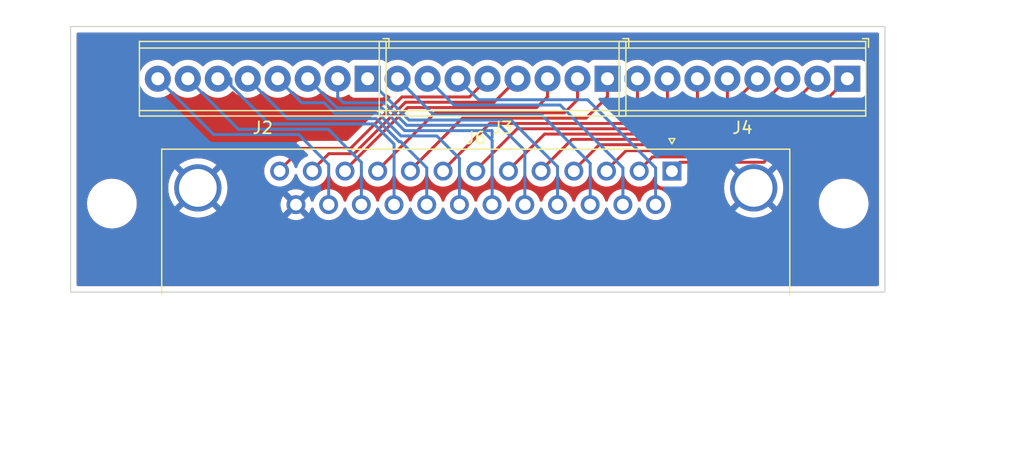
<source format=kicad_pcb>
(kicad_pcb (version 20211014) (generator pcbnew)
  (layers (0 "F.Cu" signal) (31 "B.Cu" signal) (34 "B.Paste" user) (35 "F.Paste" user) (36 "B.SilkS" user "B.Silkscreen") (37 "F.SilkS" user "F.Silkscreen") (38 "B.Mask" user) (39 "F.Mask" user) (44 "Edge.Cuts" user))
  (net 0 "")
  (net 1 "/_1")
  (net 2 "/_2")
  (net 3 "/_3")
  (net 4 "/_4")
  (net 5 "/_5")
  (net 6 "/_6")
  (net 7 "/_7")
  (net 8 "/_8")
  (net 9 "/_9")
  (net 10 "/_10")
  (net 11 "/_11")
  (net 12 "/_12")
  (net 13 "/_13")
  (net 14 "/_14")
  (net 15 "/_15")
  (net 16 "/_16")
  (net 17 "/_17")
  (net 18 "/_18")
  (net 19 "/_19")
  (net 20 "/_20")
  (net 21 "/_21")
  (net 22 "/_22")
  (net 23 "/_23")
  (net 24 "/_24")
  (net 25 "GND")
  (footprint "Connector_Dsub:DSUB-25_Female_Horizontal_P2.77x2.84mm_EdgePinOffset7.70mm_Housed_MountingHolesOffset9.12mm" (layer "F.Cu") (at 131.95 82.25)
    (fp_text reference "J6" (at -16.62 -2.8) (layer "F.SilkS"))
    (fp_text value "DB25_Female_MountingHoles")
    (fp_line (start 0.25 -2.754338) (end 0 -2.321325) (layer "F.SilkS") (width 0.12))
    (fp_line (start -43.23 -1.86) (end 9.99 -1.86) (layer "F.SilkS") (width 0.12))
    (fp_line (start 0 -2.321325) (end -0.25 -2.754338) (layer "F.SilkS") (width 0.12))
    (fp_line (start -43.23 10.48) (end -43.23 -1.86) (layer "F.SilkS") (width 0.12))
    (fp_line (start -0.25 -2.754338) (end 0.25 -2.754338) (layer "F.SilkS") (width 0.12))
    (fp_line (start 9.99 -1.86) (end 9.99 10.48) (layer "F.SilkS") (width 0.12))
    (pad "0" thru_hole circle (at -40.17 1.42) (size 4 4) (drill 3.2) (layers *.Cu *.Mask) (net 25 "GND"))
    (pad "0" thru_hole circle (at 6.93 1.42) (size 4 4) (drill 3.2) (layers *.Cu *.Mask) (net 25 "GND"))
    (pad "1" thru_hole rect (at 0 0) (size 1.6 1.6) (drill 1) (layers *.Cu *.Mask) (net 1 "/_1"))
    (pad "2" thru_hole circle (at -2.77 0) (size 1.6 1.6) (drill 1) (layers *.Cu *.Mask) (net 2 "/_2"))
    (pad "3" thru_hole circle (at -5.54 0) (size 1.6 1.6) (drill 1) (layers *.Cu *.Mask) (net 3 "/_3"))
    (pad "4" thru_hole circle (at -8.31 0) (size 1.6 1.6) (drill 1) (layers *.Cu *.Mask) (net 4 "/_4"))
    (pad "5" thru_hole circle (at -11.08 0) (size 1.6 1.6) (drill 1) (layers *.Cu *.Mask) (net 5 "/_5"))
    (pad "6" thru_hole circle (at -13.85 0) (size 1.6 1.6) (drill 1) (layers *.Cu *.Mask) (net 6 "/_6"))
    (pad "7" thru_hole circle (at -16.62 0) (size 1.6 1.6) (drill 1) (layers *.Cu *.Mask) (net 7 "/_7"))
    (pad "8" thru_hole circle (at -19.39 0) (size 1.6 1.6) (drill 1) (layers *.Cu *.Mask) (net 8 "/_8"))
    (pad "9" thru_hole circle (at -22.16 0) (size 1.6 1.6) (drill 1) (layers *.Cu *.Mask) (net 9 "/_9"))
    (pad "10" thru_hole circle (at -24.93 0) (size 1.6 1.6) (drill 1) (layers *.Cu *.Mask) (net 10 "/_10"))
    (pad "11" thru_hole circle (at -27.7 0) (size 1.6 1.6) (drill 1) (layers *.Cu *.Mask) (net 11 "/_11"))
    (pad "12" thru_hole circle (at -30.47 0) (size 1.6 1.6) (drill 1) (layers *.Cu *.Mask) (net 12 "/_12"))
    (pad "13" thru_hole circle (at -33.24 0) (size 1.6 1.6) (drill 1) (layers *.Cu *.Mask) (net 13 "/_13"))
    (pad "14" thru_hole circle (at -1.385 2.84) (size 1.6 1.6) (drill 1) (layers *.Cu *.Mask) (net 14 "/_14"))
    (pad "15" thru_hole circle (at -4.155 2.84) (size 1.6 1.6) (drill 1) (layers *.Cu *.Mask) (net 15 "/_15"))
    (pad "16" thru_hole circle (at -6.925 2.84) (size 1.6 1.6) (drill 1) (layers *.Cu *.Mask) (net 16 "/_16"))
    (pad "17" thru_hole circle (at -9.695 2.84) (size 1.6 1.6) (drill 1) (layers *.Cu *.Mask) (net 17 "/_17"))
    (pad "18" thru_hole circle (at -12.465 2.84) (size 1.6 1.6) (drill 1) (layers *.Cu *.Mask) (net 18 "/_18"))
    (pad "19" thru_hole circle (at -15.235 2.84) (size 1.6 1.6) (drill 1) (layers *.Cu *.Mask) (net 19 "/_19"))
    (pad "20" thru_hole circle (at -18.005 2.84) (size 1.6 1.6) (drill 1) (layers *.Cu *.Mask) (net 20 "/_20"))
    (pad "21" thru_hole circle (at -20.775 2.84) (size 1.6 1.6) (drill 1) (layers *.Cu *.Mask) (net 21 "/_21"))
    (pad "22" thru_hole circle (at -23.545 2.84) (size 1.6 1.6) (drill 1) (layers *.Cu *.Mask) (net 22 "/_22"))
    (pad "23" thru_hole circle (at -26.315 2.84) (size 1.6 1.6) (drill 1) (layers *.Cu *.Mask) (net 23 "/_23"))
    (pad "24" thru_hole circle (at -29.085 2.84) (size 1.6 1.6) (drill 1) (layers *.Cu *.Mask) (net 24 "/_24"))
    (pad "25" thru_hole circle (at -31.855 2.84) (size 1.6 1.6) (drill 1) (layers *.Cu *.Mask) (net 25 "GND"))
  )
  (footprint "TerminalBlock_Phoenix:TerminalBlock_Phoenix_MPT-0,5-8-2.54_1x08_P2.54mm_Horizontal" (layer "F.Cu") (at 126.492 74.422 180)
    (fp_text reference "J3" (at 8.89 -4.16) (layer "F.SilkS"))
    (fp_text value "Screw_Terminal_01x08")
    (fp_line (start -1.56 2.6) (end 19.341 2.6) (layer "F.SilkS") (width 0.12))
    (fp_line (start -1.56 -3.16) (end -1.56 3.16) (layer "F.SilkS") (width 0.12))
    (fp_line (start -1.56 -2.7) (end 19.341 -2.7) (layer "F.SilkS") (width 0.12))
    (fp_line (start -1.56 -3.16) (end 19.341 -3.16) (layer "F.SilkS") (width 0.12))
    (fp_line (start -1.56 3.16) (end 19.341 3.16) (layer "F.SilkS") (width 0.12))
    (fp_line (start 19.341 -3.16) (end 19.341 3.16) (layer "F.SilkS") (width 0.12))
    (fp_line (start -1.8 2.66) (end -1.8 3.4) (layer "F.SilkS") (width 0.12))
    (fp_line (start -1.8 3.4) (end -1.3 3.4) (layer "F.SilkS") (width 0.12))
    (pad "1" thru_hole rect (at 0 0 180) (size 2.2 2.2) (drill 1.1) (layers *.Cu *.Mask) (net 9 "/_9"))
    (pad "2" thru_hole circle (at 2.54 0 180) (size 2.2 2.2) (drill 1.1) (layers *.Cu *.Mask) (net 10 "/_10"))
    (pad "3" thru_hole circle (at 5.08 0 180) (size 2.2 2.2) (drill 1.1) (layers *.Cu *.Mask) (net 11 "/_11"))
    (pad "4" thru_hole circle (at 7.62 0 180) (size 2.2 2.2) (drill 1.1) (layers *.Cu *.Mask) (net 12 "/_12"))
    (pad "5" thru_hole circle (at 10.16 0 180) (size 2.2 2.2) (drill 1.1) (layers *.Cu *.Mask) (net 13 "/_13"))
    (pad "6" thru_hole circle (at 12.7 0 180) (size 2.2 2.2) (drill 1.1) (layers *.Cu *.Mask) (net 14 "/_14"))
    (pad "7" thru_hole circle (at 15.24 0 180) (size 2.2 2.2) (drill 1.1) (layers *.Cu *.Mask) (net 15 "/_15"))
    (pad "8" thru_hole circle (at 17.78 0 180) (size 2.2 2.2) (drill 1.1) (layers *.Cu *.Mask) (net 16 "/_16"))
  )
  (footprint "MountingHole:MountingHole_3.2mm_M3" (layer "F.Cu") (at 146.5 85)
    (fp_text reference "REF**" hide)
    (fp_text value "MountingHole_3.2mm_M3")
    (pad "" np_thru_hole circle (at 0 0) (size 3.2 3.2) (drill 3.2) (layers *.Cu *.Mask))
  )
  (footprint "TerminalBlock_Phoenix:TerminalBlock_Phoenix_MPT-0,5-8-2.54_1x08_P2.54mm_Horizontal" (layer "F.Cu") (at 106.172 74.422 180)
    (fp_text reference "J2" (at 8.89 -4.16) (layer "F.SilkS"))
    (fp_text value "Screw_Terminal_01x08")
    (fp_line (start -1.8 3.4) (end -1.3 3.4) (layer "F.SilkS") (width 0.12))
    (fp_line (start -1.56 -2.7) (end 19.341 -2.7) (layer "F.SilkS") (width 0.12))
    (fp_line (start -1.56 2.6) (end 19.341 2.6) (layer "F.SilkS") (width 0.12))
    (fp_line (start -1.56 -3.16) (end 19.341 -3.16) (layer "F.SilkS") (width 0.12))
    (fp_line (start -1.56 3.16) (end 19.341 3.16) (layer "F.SilkS") (width 0.12))
    (fp_line (start 19.341 -3.16) (end 19.341 3.16) (layer "F.SilkS") (width 0.12))
    (fp_line (start -1.8 2.66) (end -1.8 3.4) (layer "F.SilkS") (width 0.12))
    (fp_line (start -1.56 -3.16) (end -1.56 3.16) (layer "F.SilkS") (width 0.12))
    (pad "1" thru_hole rect (at 0 0 180) (size 2.2 2.2) (drill 1.1) (layers *.Cu *.Mask) (net 17 "/_17"))
    (pad "2" thru_hole circle (at 2.54 0 180) (size 2.2 2.2) (drill 1.1) (layers *.Cu *.Mask) (net 18 "/_18"))
    (pad "3" thru_hole circle (at 5.08 0 180) (size 2.2 2.2) (drill 1.1) (layers *.Cu *.Mask) (net 19 "/_19"))
    (pad "4" thru_hole circle (at 7.62 0 180) (size 2.2 2.2) (drill 1.1) (layers *.Cu *.Mask) (net 20 "/_20"))
    (pad "5" thru_hole circle (at 10.16 0 180) (size 2.2 2.2) (drill 1.1) (layers *.Cu *.Mask) (net 21 "/_21"))
    (pad "6" thru_hole circle (at 12.7 0 180) (size 2.2 2.2) (drill 1.1) (layers *.Cu *.Mask) (net 22 "/_22"))
    (pad "7" thru_hole circle (at 15.24 0 180) (size 2.2 2.2) (drill 1.1) (layers *.Cu *.Mask) (net 23 "/_23"))
    (pad "8" thru_hole circle (at 17.78 0 180) (size 2.2 2.2) (drill 1.1) (layers *.Cu *.Mask) (net 24 "/_24"))
  )
  (footprint "TerminalBlock_Phoenix:TerminalBlock_Phoenix_MPT-0,5-8-2.54_1x08_P2.54mm_Horizontal" (layer "F.Cu") (at 146.812 74.422 180)
    (fp_text reference "J4" (at 8.89 -4.16) (layer "F.SilkS"))
    (fp_text value "Screw_Terminal_01x08")
    (fp_line (start -1.56 -3.16) (end 19.341 -3.16) (layer "F.SilkS") (width 0.12))
    (fp_line (start -1.56 -3.16) (end -1.56 3.16) (layer "F.SilkS") (width 0.12))
    (fp_line (start 19.341 -3.16) (end 19.341 3.16) (layer "F.SilkS") (width 0.12))
    (fp_line (start -1.8 3.4) (end -1.3 3.4) (layer "F.SilkS") (width 0.12))
    (fp_line (start -1.56 -2.7) (end 19.341 -2.7) (layer "F.SilkS") (width 0.12))
    (fp_line (start -1.56 3.16) (end 19.341 3.16) (layer "F.SilkS") (width 0.12))
    (fp_line (start -1.8 2.66) (end -1.8 3.4) (layer "F.SilkS") (width 0.12))
    (fp_line (start -1.56 2.6) (end 19.341 2.6) (layer "F.SilkS") (width 0.12))
    (pad "1" thru_hole rect (at 0 0 180) (size 2.2 2.2) (drill 1.1) (layers *.Cu *.Mask) (net 1 "/_1"))
    (pad "2" thru_hole circle (at 2.54 0 180) (size 2.2 2.2) (drill 1.1) (layers *.Cu *.Mask) (net 2 "/_2"))
    (pad "3" thru_hole circle (at 5.08 0 180) (size 2.2 2.2) (drill 1.1) (layers *.Cu *.Mask) (net 3 "/_3"))
    (pad "4" thru_hole circle (at 7.62 0 180) (size 2.2 2.2) (drill 1.1) (layers *.Cu *.Mask) (net 4 "/_4"))
    (pad "5" thru_hole circle (at 10.16 0 180) (size 2.2 2.2) (drill 1.1) (layers *.Cu *.Mask) (net 5 "/_5"))
    (pad "6" thru_hole circle (at 12.7 0 180) (size 2.2 2.2) (drill 1.1) (layers *.Cu *.Mask) (net 6 "/_6"))
    (pad "7" thru_hole circle (at 15.24 0 180) (size 2.2 2.2) (drill 1.1) (layers *.Cu *.Mask) (net 7 "/_7"))
    (pad "8" thru_hole circle (at 17.78 0 180) (size 2.2 2.2) (drill 1.1) (layers *.Cu *.Mask) (net 8 "/_8"))
  )
  (footprint "MountingHole:MountingHole_3.2mm_M3" (layer "F.Cu") (at 84.5 85)
    (fp_text reference "REF**" hide)
    (fp_text value "MountingHole_3.2mm_M3")
    (pad "" np_thru_hole circle (at 0 0) (size 3.2 3.2) (drill 3.2) (layers *.Cu *.Mask))
  )
  (gr_rect (start 150 92.5) (end 81 70) (layer "Edge.Cuts") (width 0.1) (fill none))
  (segment (start 139.734 81.5) (end 146.812 74.422) (width 0.25) (layer "F.Cu") (net 1))
  (segment (start 131.953 82.169) (end 132.622 81.5) (width 0.25) (layer "F.Cu") (net 1))
  (segment (start 132.622 81.5) (end 139.734 81.5) (width 0.25) (layer "F.Cu") (net 1))
  (segment (start 137.649511 81.044489) (end 144.272 74.422) (width 0.25) (layer "F.Cu") (net 2))
  (segment (start 130.307511 81.044489) (end 137.649511 81.044489) (width 0.25) (layer "F.Cu") (net 2))
  (segment (start 129.183 82.169) (end 130.307511 81.044489) (width 0.25) (layer "F.Cu") (net 2))
  (segment (start 126.413 82.169) (end 128.064 80.518) (width 0.25) (layer "F.Cu") (net 3))
  (segment (start 135.636 80.518) (end 141.732 74.422) (width 0.25) (layer "F.Cu") (net 3))
  (segment (start 128.064 80.518) (end 135.636 80.518) (width 0.25) (layer "F.Cu") (net 3))
  (segment (start 133.604 80.01) (end 139.192 74.422) (width 0.25) (layer "F.Cu") (net 4))
  (segment (start 125.802 80.01) (end 133.604 80.01) (width 0.25) (layer "F.Cu") (net 4))
  (segment (start 123.643 82.169) (end 125.802 80.01) (width 0.25) (layer "F.Cu") (net 4))
  (segment (start 123.48152 79.56048) (end 133.417802 79.56048) (width 0.25) (layer "F.Cu") (net 5))
  (segment (start 136.652 76.326282) (end 136.652 74.422) (width 0.25) (layer "F.Cu") (net 5))
  (segment (start 133.417802 79.56048) (end 136.652 76.326282) (width 0.25) (layer "F.Cu") (net 5))
  (segment (start 120.873 82.169) (end 123.48152 79.56048) (width 0.25) (layer "F.Cu") (net 5))
  (segment (start 134.112 77.978) (end 134.112 74.422) (width 0.25) (layer "F.Cu") (net 6))
  (segment (start 118.103 82.169) (end 121.16104 79.11096) (width 0.25) (layer "F.Cu") (net 6))
  (segment (start 121.16104 79.11096) (end 132.97904 79.11096) (width 0.25) (layer "F.Cu") (net 6))
  (segment (start 132.97904 79.11096) (end 134.112 77.978) (width 0.25) (layer "F.Cu") (net 6))
  (segment (start 131.572 74.422) (end 131.572 77.47) (width 0.25) (layer "F.Cu") (net 7))
  (segment (start 131.572 77.47) (end 130.38056 78.66144) (width 0.25) (layer "F.Cu") (net 7))
  (segment (start 130.38056 78.66144) (end 118.84056 78.66144) (width 0.25) (layer "F.Cu") (net 7))
  (segment (start 118.84056 78.66144) (end 115.333 82.169) (width 0.25) (layer "F.Cu") (net 7))
  (segment (start 116.52008 78.21192) (end 127.78208 78.21192) (width 0.25) (layer "F.Cu") (net 8))
  (segment (start 127.78208 78.21192) (end 129.032 76.962) (width 0.25) (layer "F.Cu") (net 8))
  (segment (start 129.032 76.962) (end 129.032 74.422) (width 0.25) (layer "F.Cu") (net 8))
  (segment (start 112.563 82.169) (end 116.52008 78.21192) (width 0.25) (layer "F.Cu") (net 8))
  (segment (start 114.1996 77.7624) (end 109.793 82.169) (width 0.25) (layer "F.Cu") (net 9))
  (segment (start 124.6756 77.7624) (end 114.1996 77.7624) (width 0.25) (layer "F.Cu") (net 9))
  (segment (start 126.492 74.422) (end 126.492 75.946) (width 0.25) (layer "F.Cu") (net 9))
  (segment (start 126.492 75.946) (end 124.6756 77.7624) (width 0.25) (layer "F.Cu") (net 9))
  (segment (start 111.87912 77.31288) (end 122.83912 77.31288) (width 0.25) (layer "F.Cu") (net 10))
  (segment (start 107.023 82.169) (end 111.87912 77.31288) (width 0.25) (layer "F.Cu") (net 10))
  (segment (start 122.83912 77.31288) (end 123.952 76.2) (width 0.25) (layer "F.Cu") (net 10))
  (segment (start 123.952 76.2) (end 123.952 74.422) (width 0.25) (layer "F.Cu") (net 10))
  (segment (start 120.49464 76.86336) (end 109.55864 76.86336) (width 0.25) (layer "F.Cu") (net 11))
  (segment (start 109.55864 76.86336) (end 104.253 82.169) (width 0.25) (layer "F.Cu") (net 11))
  (segment (start 121.412 74.422) (end 121.412 75.946) (width 0.25) (layer "F.Cu") (net 11))
  (segment (start 121.412 75.946) (end 120.49464 76.86336) (width 0.25) (layer "F.Cu") (net 11))
  (segment (start 101.483 82.169) (end 102.88 80.772) (width 0.25) (layer "F.Cu") (net 12))
  (segment (start 116.88016 76.41384) (end 118.872 74.422) (width 0.25) (layer "F.Cu") (net 12))
  (segment (start 109.372442 76.41384) (end 116.88016 76.41384) (width 0.25) (layer "F.Cu") (net 12))
  (segment (start 102.88 80.772) (end 105.014282 80.772) (width 0.25) (layer "F.Cu") (net 12))
  (segment (start 105.014282 80.772) (end 109.372442 76.41384) (width 0.25) (layer "F.Cu") (net 12))
  (segment (start 114.78968 75.96432) (end 116.332 74.422) (width 0.25) (layer "F.Cu") (net 13))
  (segment (start 104.828084 80.32248) (end 104.828084 80.210199) (width 0.25) (layer "F.Cu") (net 13))
  (segment (start 100.55952 80.32248) (end 104.828084 80.32248) (width 0.25) (layer "F.Cu") (net 13))
  (segment (start 104.828084 80.210199) (end 109.073963 75.96432) (width 0.25) (layer "F.Cu") (net 13))
  (segment (start 109.073963 75.96432) (end 114.78968 75.96432) (width 0.25) (layer "F.Cu") (net 13))
  (segment (start 98.713 82.169) (end 100.55952 80.32248) (width 0.25) (layer "F.Cu") (net 13))
  (segment (start 130.568 81.9637) (end 124.8043 76.2) (width 0.25) (layer "B.Cu") (net 14))
  (segment (start 115.57 76.2) (end 113.792 74.422) (width 0.25) (layer "B.Cu") (net 14))
  (segment (start 130.568 84.709) (end 130.568 81.9637) (width 0.25) (layer "B.Cu") (net 14))
  (segment (start 124.8043 76.2) (end 115.57 76.2) (width 0.25) (layer "B.Cu") (net 14))
  (segment (start 113.47952 76.64952) (end 111.252 74.422) (width 0.25) (layer "B.Cu") (net 15))
  (segment (start 127.798 81.9637) (end 122.48382 76.64952) (width 0.25) (layer "B.Cu") (net 15))
  (segment (start 122.48382 76.64952) (end 113.47952 76.64952) (width 0.25) (layer "B.Cu") (net 15))
  (segment (start 127.798 84.709) (end 127.798 81.9637) (width 0.25) (layer "B.Cu") (net 15))
  (segment (start 125.028 84.709) (end 125.028 81.594) (width 0.25) (layer "B.Cu") (net 16))
  (segment (start 120.904 77.47) (end 111.76 77.47) (width 0.25) (layer "B.Cu") (net 16))
  (segment (start 125.028 81.594) (end 120.904 77.47) (width 0.25) (layer "B.Cu") (net 16))
  (segment (start 111.76 77.47) (end 108.712 74.422) (width 0.25) (layer "B.Cu") (net 16))
  (segment (start 109.66952 77.91952) (end 106.172 74.422) (width 0.25) (layer "B.Cu") (net 17))
  (segment (start 118.30552 77.91952) (end 109.66952 77.91952) (width 0.25) (layer "B.Cu") (net 17))
  (segment (start 122.258 84.709) (end 122.258 81.872) (width 0.25) (layer "B.Cu") (net 17))
  (segment (start 122.258 81.872) (end 118.30552 77.91952) (width 0.25) (layer "B.Cu") (net 17))
  (segment (start 103.632 75.977634) (end 104.108366 76.454) (width 0.25) (layer "B.Cu") (net 18))
  (segment (start 104.108366 76.454) (end 107.568282 76.454) (width 0.25) (layer "B.Cu") (net 18))
  (segment (start 107.568282 76.454) (end 109.483322 78.36904) (width 0.25) (layer "B.Cu") (net 18))
  (segment (start 109.483322 78.36904) (end 117.348 78.36904) (width 0.25) (layer "B.Cu") (net 18))
  (segment (start 103.632 74.422) (end 103.632 75.977634) (width 0.25) (layer "B.Cu") (net 18))
  (segment (start 117.348 78.36904) (end 119.488 80.50904) (width 0.25) (layer "B.Cu") (net 18))
  (segment (start 119.488 80.50904) (end 119.488 84.709) (width 0.25) (layer "B.Cu") (net 18))
  (segment (start 116.718 79.37) (end 116.718 78.81856) (width 0.25) (layer "B.Cu") (net 19))
  (segment (start 116.718 78.81856) (end 109.297124 78.81856) (width 0.25) (layer "B.Cu") (net 19))
  (segment (start 116.718 84.709) (end 116.718 79.634) (width 0.25) (layer "B.Cu") (net 19))
  (segment (start 109.297124 78.81856) (end 107.382084 76.90352) (width 0.25) (layer "B.Cu") (net 19))
  (segment (start 103.57352 76.90352) (end 101.092 74.422) (width 0.25) (layer "B.Cu") (net 19))
  (segment (start 116.718 79.634) (end 115.90256 78.81856) (width 0.25) (layer "B.Cu") (net 19))
  (segment (start 107.382084 76.90352) (end 103.57352 76.90352) (width 0.25) (layer "B.Cu") (net 19))
  (segment (start 102.488282 76.454) (end 100.584 76.454) (width 0.25) (layer "B.Cu") (net 20))
  (segment (start 108.98608 79.26808) (end 107.07104 77.35304) (width 0.25) (layer "B.Cu") (net 20))
  (segment (start 107.07104 77.35304) (end 103.387323 77.35304) (width 0.25) (layer "B.Cu") (net 20))
  (segment (start 103.387323 77.35304) (end 102.488282 76.454) (width 0.25) (layer "B.Cu") (net 20))
  (segment (start 113.948 81.182) (end 112.03408 79.26808) (width 0.25) (layer "B.Cu") (net 20))
  (segment (start 100.584 76.454) (end 98.552 74.422) (width 0.25) (layer "B.Cu") (net 20))
  (segment (start 112.03408 79.26808) (end 108.98608 79.26808) (width 0.25) (layer "B.Cu") (net 20))
  (segment (start 113.948 84.709) (end 113.948 81.182) (width 0.25) (layer "B.Cu") (net 20))
  (segment (start 108.9703 79.756) (end 108.838282 79.756) (width 0.25) (layer "B.Cu") (net 21))
  (segment (start 106.884842 77.80256) (end 99.39256 77.80256) (width 0.25) (layer "B.Cu") (net 21))
  (segment (start 108.838282 79.756) (end 106.884842 77.80256) (width 0.25) (layer "B.Cu") (net 21))
  (segment (start 111.178 81.9637) (end 108.9703 79.756) (width 0.25) (layer "B.Cu") (net 21))
  (segment (start 99.39256 77.80256) (end 96.012 74.422) (width 0.25) (layer "B.Cu") (net 21))
  (segment (start 111.178 84.709) (end 111.178 81.9637) (width 0.25) (layer "B.Cu") (net 21))
  (segment (start 93.472 74.422) (end 94.587489 74.422) (width 0.25) (layer "B.Cu") (net 22))
  (segment (start 106.698644 78.25208) (end 108.408 79.961436) (width 0.25) (layer "B.Cu") (net 22))
  (segment (start 94.587489 74.422) (end 94.587489 75.012053) (width 0.25) (layer "B.Cu") (net 22))
  (segment (start 108.408 79.961436) (end 108.408 84.709) (width 0.25) (layer "B.Cu") (net 22))
  (segment (start 97.827516 78.25208) (end 106.698644 78.25208) (width 0.25) (layer "B.Cu") (net 22))
  (segment (start 94.587489 75.012053) (end 97.827516 78.25208) (width 0.25) (layer "B.Cu") (net 22))
  (segment (start 105.638 81.508) (end 102.8316 78.7016) (width 0.25) (layer "B.Cu") (net 23))
  (segment (start 105.638 84.709) (end 105.638 81.508) (width 0.25) (layer "B.Cu") (net 23))
  (segment (start 102.8316 78.7016) (end 95.2116 78.7016) (width 0.25) (layer "B.Cu") (net 23))
  (segment (start 95.2116 78.7016) (end 90.932 74.422) (width 0.25) (layer "B.Cu") (net 23))
  (segment (start 100.33 79.15112) (end 102.868 81.68912) (width 0.25) (layer "B.Cu") (net 24))
  (segment (start 102.868 81.68912) (end 102.868 84.709) (width 0.25) (layer "B.Cu") (net 24))
  (segment (start 93.12112 79.15112) (end 100.33 79.15112) (width 0.25) (layer "B.Cu") (net 24))
  (segment (start 88.392 74.422) (end 93.12112 79.15112) (width 0.25) (layer "B.Cu") (net 24))
  (zone (net 25) (net_name "GND") (layers F&B.Cu) (connect_pads (clearance 0.508)) (min_thickness 0.254) (fill yes (thermal_gap 0.508) (thermal_bridge_width 0.508))
    (polygon (pts (xy 152 98.6) (xy 79.5 97.85) (xy 79.5 68.5) (xy 152.55 67.75)))
  )
)
</source>
